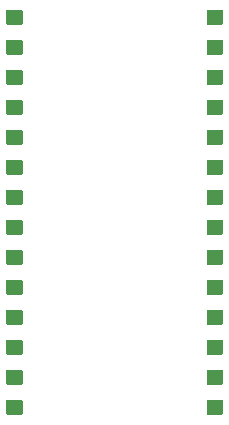
<source format=gbr>
G04 #@! TF.GenerationSoftware,KiCad,Pcbnew,5.1.4-e60b266~84~ubuntu19.04.1*
G04 #@! TF.CreationDate,2019-11-08T15:23:49-05:00*
G04 #@! TF.ProjectId,pcb2molex8878_chamfer,70636232-6d6f-46c6-9578-383837385f63,rev?*
G04 #@! TF.SameCoordinates,Original*
G04 #@! TF.FileFunction,Soldermask,Bot*
G04 #@! TF.FilePolarity,Negative*
%FSLAX46Y46*%
G04 Gerber Fmt 4.6, Leading zero omitted, Abs format (unit mm)*
G04 Created by KiCad (PCBNEW 5.1.4-e60b266~84~ubuntu19.04.1) date 2019-11-08 15:23:49*
%MOMM*%
%LPD*%
G04 APERTURE LIST*
%ADD10C,0.050800*%
%ADD11C,1.220000*%
G04 APERTURE END LIST*
D10*
G36*
X156318358Y-82067587D02*
G01*
X156330201Y-82069344D01*
X156341815Y-82072253D01*
X156353087Y-82076287D01*
X156363910Y-82081406D01*
X156374180Y-82087561D01*
X156383796Y-82094693D01*
X156392667Y-82102733D01*
X156400707Y-82111604D01*
X156407839Y-82121220D01*
X156413994Y-82131490D01*
X156419113Y-82142313D01*
X156423147Y-82153585D01*
X156426056Y-82165199D01*
X156427813Y-82177042D01*
X156428400Y-82189000D01*
X156428400Y-83165000D01*
X156427813Y-83176958D01*
X156426056Y-83188801D01*
X156423147Y-83200415D01*
X156419113Y-83211687D01*
X156413994Y-83222510D01*
X156407839Y-83232780D01*
X156400707Y-83242396D01*
X156392667Y-83251267D01*
X156383796Y-83259307D01*
X156374180Y-83266439D01*
X156363910Y-83272594D01*
X156353087Y-83277713D01*
X156341815Y-83281747D01*
X156330201Y-83284656D01*
X156318358Y-83286413D01*
X156306400Y-83287000D01*
X155130400Y-83287000D01*
X155118442Y-83286413D01*
X155106599Y-83284656D01*
X155094985Y-83281747D01*
X155083713Y-83277713D01*
X155072890Y-83272594D01*
X155062620Y-83266439D01*
X155053004Y-83259307D01*
X155044133Y-83251267D01*
X155036093Y-83242396D01*
X155028961Y-83232780D01*
X155022806Y-83222510D01*
X155017687Y-83211687D01*
X155013653Y-83200415D01*
X155010744Y-83188801D01*
X155008987Y-83176958D01*
X155008400Y-83165000D01*
X155008400Y-82189000D01*
X155008987Y-82177042D01*
X155010744Y-82165199D01*
X155013653Y-82153585D01*
X155017687Y-82142313D01*
X155022806Y-82131490D01*
X155028961Y-82121220D01*
X155036093Y-82111604D01*
X155044133Y-82102733D01*
X155053004Y-82094693D01*
X155062620Y-82087561D01*
X155072890Y-82081406D01*
X155083713Y-82076287D01*
X155094985Y-82072253D01*
X155106599Y-82069344D01*
X155118442Y-82067587D01*
X155130400Y-82067000D01*
X156306400Y-82067000D01*
X156318358Y-82067587D01*
X156318358Y-82067587D01*
G37*
D11*
X155718400Y-82677000D03*
D10*
G36*
X139318358Y-115087587D02*
G01*
X139330201Y-115089344D01*
X139341815Y-115092253D01*
X139353087Y-115096287D01*
X139363910Y-115101406D01*
X139374180Y-115107561D01*
X139383796Y-115114693D01*
X139392667Y-115122733D01*
X139400707Y-115131604D01*
X139407839Y-115141220D01*
X139413994Y-115151490D01*
X139419113Y-115162313D01*
X139423147Y-115173585D01*
X139426056Y-115185199D01*
X139427813Y-115197042D01*
X139428400Y-115209000D01*
X139428400Y-116185000D01*
X139427813Y-116196958D01*
X139426056Y-116208801D01*
X139423147Y-116220415D01*
X139419113Y-116231687D01*
X139413994Y-116242510D01*
X139407839Y-116252780D01*
X139400707Y-116262396D01*
X139392667Y-116271267D01*
X139383796Y-116279307D01*
X139374180Y-116286439D01*
X139363910Y-116292594D01*
X139353087Y-116297713D01*
X139341815Y-116301747D01*
X139330201Y-116304656D01*
X139318358Y-116306413D01*
X139306400Y-116307000D01*
X138130400Y-116307000D01*
X138118442Y-116306413D01*
X138106599Y-116304656D01*
X138094985Y-116301747D01*
X138083713Y-116297713D01*
X138072890Y-116292594D01*
X138062620Y-116286439D01*
X138053004Y-116279307D01*
X138044133Y-116271267D01*
X138036093Y-116262396D01*
X138028961Y-116252780D01*
X138022806Y-116242510D01*
X138017687Y-116231687D01*
X138013653Y-116220415D01*
X138010744Y-116208801D01*
X138008987Y-116196958D01*
X138008400Y-116185000D01*
X138008400Y-115209000D01*
X138008987Y-115197042D01*
X138010744Y-115185199D01*
X138013653Y-115173585D01*
X138017687Y-115162313D01*
X138022806Y-115151490D01*
X138028961Y-115141220D01*
X138036093Y-115131604D01*
X138044133Y-115122733D01*
X138053004Y-115114693D01*
X138062620Y-115107561D01*
X138072890Y-115101406D01*
X138083713Y-115096287D01*
X138094985Y-115092253D01*
X138106599Y-115089344D01*
X138118442Y-115087587D01*
X138130400Y-115087000D01*
X139306400Y-115087000D01*
X139318358Y-115087587D01*
X139318358Y-115087587D01*
G37*
D11*
X138718400Y-115697000D03*
D10*
G36*
X156318358Y-84607587D02*
G01*
X156330201Y-84609344D01*
X156341815Y-84612253D01*
X156353087Y-84616287D01*
X156363910Y-84621406D01*
X156374180Y-84627561D01*
X156383796Y-84634693D01*
X156392667Y-84642733D01*
X156400707Y-84651604D01*
X156407839Y-84661220D01*
X156413994Y-84671490D01*
X156419113Y-84682313D01*
X156423147Y-84693585D01*
X156426056Y-84705199D01*
X156427813Y-84717042D01*
X156428400Y-84729000D01*
X156428400Y-85705000D01*
X156427813Y-85716958D01*
X156426056Y-85728801D01*
X156423147Y-85740415D01*
X156419113Y-85751687D01*
X156413994Y-85762510D01*
X156407839Y-85772780D01*
X156400707Y-85782396D01*
X156392667Y-85791267D01*
X156383796Y-85799307D01*
X156374180Y-85806439D01*
X156363910Y-85812594D01*
X156353087Y-85817713D01*
X156341815Y-85821747D01*
X156330201Y-85824656D01*
X156318358Y-85826413D01*
X156306400Y-85827000D01*
X155130400Y-85827000D01*
X155118442Y-85826413D01*
X155106599Y-85824656D01*
X155094985Y-85821747D01*
X155083713Y-85817713D01*
X155072890Y-85812594D01*
X155062620Y-85806439D01*
X155053004Y-85799307D01*
X155044133Y-85791267D01*
X155036093Y-85782396D01*
X155028961Y-85772780D01*
X155022806Y-85762510D01*
X155017687Y-85751687D01*
X155013653Y-85740415D01*
X155010744Y-85728801D01*
X155008987Y-85716958D01*
X155008400Y-85705000D01*
X155008400Y-84729000D01*
X155008987Y-84717042D01*
X155010744Y-84705199D01*
X155013653Y-84693585D01*
X155017687Y-84682313D01*
X155022806Y-84671490D01*
X155028961Y-84661220D01*
X155036093Y-84651604D01*
X155044133Y-84642733D01*
X155053004Y-84634693D01*
X155062620Y-84627561D01*
X155072890Y-84621406D01*
X155083713Y-84616287D01*
X155094985Y-84612253D01*
X155106599Y-84609344D01*
X155118442Y-84607587D01*
X155130400Y-84607000D01*
X156306400Y-84607000D01*
X156318358Y-84607587D01*
X156318358Y-84607587D01*
G37*
D11*
X155718400Y-85217000D03*
D10*
G36*
X139318358Y-112547587D02*
G01*
X139330201Y-112549344D01*
X139341815Y-112552253D01*
X139353087Y-112556287D01*
X139363910Y-112561406D01*
X139374180Y-112567561D01*
X139383796Y-112574693D01*
X139392667Y-112582733D01*
X139400707Y-112591604D01*
X139407839Y-112601220D01*
X139413994Y-112611490D01*
X139419113Y-112622313D01*
X139423147Y-112633585D01*
X139426056Y-112645199D01*
X139427813Y-112657042D01*
X139428400Y-112669000D01*
X139428400Y-113645000D01*
X139427813Y-113656958D01*
X139426056Y-113668801D01*
X139423147Y-113680415D01*
X139419113Y-113691687D01*
X139413994Y-113702510D01*
X139407839Y-113712780D01*
X139400707Y-113722396D01*
X139392667Y-113731267D01*
X139383796Y-113739307D01*
X139374180Y-113746439D01*
X139363910Y-113752594D01*
X139353087Y-113757713D01*
X139341815Y-113761747D01*
X139330201Y-113764656D01*
X139318358Y-113766413D01*
X139306400Y-113767000D01*
X138130400Y-113767000D01*
X138118442Y-113766413D01*
X138106599Y-113764656D01*
X138094985Y-113761747D01*
X138083713Y-113757713D01*
X138072890Y-113752594D01*
X138062620Y-113746439D01*
X138053004Y-113739307D01*
X138044133Y-113731267D01*
X138036093Y-113722396D01*
X138028961Y-113712780D01*
X138022806Y-113702510D01*
X138017687Y-113691687D01*
X138013653Y-113680415D01*
X138010744Y-113668801D01*
X138008987Y-113656958D01*
X138008400Y-113645000D01*
X138008400Y-112669000D01*
X138008987Y-112657042D01*
X138010744Y-112645199D01*
X138013653Y-112633585D01*
X138017687Y-112622313D01*
X138022806Y-112611490D01*
X138028961Y-112601220D01*
X138036093Y-112591604D01*
X138044133Y-112582733D01*
X138053004Y-112574693D01*
X138062620Y-112567561D01*
X138072890Y-112561406D01*
X138083713Y-112556287D01*
X138094985Y-112552253D01*
X138106599Y-112549344D01*
X138118442Y-112547587D01*
X138130400Y-112547000D01*
X139306400Y-112547000D01*
X139318358Y-112547587D01*
X139318358Y-112547587D01*
G37*
D11*
X138718400Y-113157000D03*
D10*
G36*
X156318358Y-87147587D02*
G01*
X156330201Y-87149344D01*
X156341815Y-87152253D01*
X156353087Y-87156287D01*
X156363910Y-87161406D01*
X156374180Y-87167561D01*
X156383796Y-87174693D01*
X156392667Y-87182733D01*
X156400707Y-87191604D01*
X156407839Y-87201220D01*
X156413994Y-87211490D01*
X156419113Y-87222313D01*
X156423147Y-87233585D01*
X156426056Y-87245199D01*
X156427813Y-87257042D01*
X156428400Y-87269000D01*
X156428400Y-88245000D01*
X156427813Y-88256958D01*
X156426056Y-88268801D01*
X156423147Y-88280415D01*
X156419113Y-88291687D01*
X156413994Y-88302510D01*
X156407839Y-88312780D01*
X156400707Y-88322396D01*
X156392667Y-88331267D01*
X156383796Y-88339307D01*
X156374180Y-88346439D01*
X156363910Y-88352594D01*
X156353087Y-88357713D01*
X156341815Y-88361747D01*
X156330201Y-88364656D01*
X156318358Y-88366413D01*
X156306400Y-88367000D01*
X155130400Y-88367000D01*
X155118442Y-88366413D01*
X155106599Y-88364656D01*
X155094985Y-88361747D01*
X155083713Y-88357713D01*
X155072890Y-88352594D01*
X155062620Y-88346439D01*
X155053004Y-88339307D01*
X155044133Y-88331267D01*
X155036093Y-88322396D01*
X155028961Y-88312780D01*
X155022806Y-88302510D01*
X155017687Y-88291687D01*
X155013653Y-88280415D01*
X155010744Y-88268801D01*
X155008987Y-88256958D01*
X155008400Y-88245000D01*
X155008400Y-87269000D01*
X155008987Y-87257042D01*
X155010744Y-87245199D01*
X155013653Y-87233585D01*
X155017687Y-87222313D01*
X155022806Y-87211490D01*
X155028961Y-87201220D01*
X155036093Y-87191604D01*
X155044133Y-87182733D01*
X155053004Y-87174693D01*
X155062620Y-87167561D01*
X155072890Y-87161406D01*
X155083713Y-87156287D01*
X155094985Y-87152253D01*
X155106599Y-87149344D01*
X155118442Y-87147587D01*
X155130400Y-87147000D01*
X156306400Y-87147000D01*
X156318358Y-87147587D01*
X156318358Y-87147587D01*
G37*
D11*
X155718400Y-87757000D03*
D10*
G36*
X139318358Y-110007587D02*
G01*
X139330201Y-110009344D01*
X139341815Y-110012253D01*
X139353087Y-110016287D01*
X139363910Y-110021406D01*
X139374180Y-110027561D01*
X139383796Y-110034693D01*
X139392667Y-110042733D01*
X139400707Y-110051604D01*
X139407839Y-110061220D01*
X139413994Y-110071490D01*
X139419113Y-110082313D01*
X139423147Y-110093585D01*
X139426056Y-110105199D01*
X139427813Y-110117042D01*
X139428400Y-110129000D01*
X139428400Y-111105000D01*
X139427813Y-111116958D01*
X139426056Y-111128801D01*
X139423147Y-111140415D01*
X139419113Y-111151687D01*
X139413994Y-111162510D01*
X139407839Y-111172780D01*
X139400707Y-111182396D01*
X139392667Y-111191267D01*
X139383796Y-111199307D01*
X139374180Y-111206439D01*
X139363910Y-111212594D01*
X139353087Y-111217713D01*
X139341815Y-111221747D01*
X139330201Y-111224656D01*
X139318358Y-111226413D01*
X139306400Y-111227000D01*
X138130400Y-111227000D01*
X138118442Y-111226413D01*
X138106599Y-111224656D01*
X138094985Y-111221747D01*
X138083713Y-111217713D01*
X138072890Y-111212594D01*
X138062620Y-111206439D01*
X138053004Y-111199307D01*
X138044133Y-111191267D01*
X138036093Y-111182396D01*
X138028961Y-111172780D01*
X138022806Y-111162510D01*
X138017687Y-111151687D01*
X138013653Y-111140415D01*
X138010744Y-111128801D01*
X138008987Y-111116958D01*
X138008400Y-111105000D01*
X138008400Y-110129000D01*
X138008987Y-110117042D01*
X138010744Y-110105199D01*
X138013653Y-110093585D01*
X138017687Y-110082313D01*
X138022806Y-110071490D01*
X138028961Y-110061220D01*
X138036093Y-110051604D01*
X138044133Y-110042733D01*
X138053004Y-110034693D01*
X138062620Y-110027561D01*
X138072890Y-110021406D01*
X138083713Y-110016287D01*
X138094985Y-110012253D01*
X138106599Y-110009344D01*
X138118442Y-110007587D01*
X138130400Y-110007000D01*
X139306400Y-110007000D01*
X139318358Y-110007587D01*
X139318358Y-110007587D01*
G37*
D11*
X138718400Y-110617000D03*
D10*
G36*
X156318358Y-89687587D02*
G01*
X156330201Y-89689344D01*
X156341815Y-89692253D01*
X156353087Y-89696287D01*
X156363910Y-89701406D01*
X156374180Y-89707561D01*
X156383796Y-89714693D01*
X156392667Y-89722733D01*
X156400707Y-89731604D01*
X156407839Y-89741220D01*
X156413994Y-89751490D01*
X156419113Y-89762313D01*
X156423147Y-89773585D01*
X156426056Y-89785199D01*
X156427813Y-89797042D01*
X156428400Y-89809000D01*
X156428400Y-90785000D01*
X156427813Y-90796958D01*
X156426056Y-90808801D01*
X156423147Y-90820415D01*
X156419113Y-90831687D01*
X156413994Y-90842510D01*
X156407839Y-90852780D01*
X156400707Y-90862396D01*
X156392667Y-90871267D01*
X156383796Y-90879307D01*
X156374180Y-90886439D01*
X156363910Y-90892594D01*
X156353087Y-90897713D01*
X156341815Y-90901747D01*
X156330201Y-90904656D01*
X156318358Y-90906413D01*
X156306400Y-90907000D01*
X155130400Y-90907000D01*
X155118442Y-90906413D01*
X155106599Y-90904656D01*
X155094985Y-90901747D01*
X155083713Y-90897713D01*
X155072890Y-90892594D01*
X155062620Y-90886439D01*
X155053004Y-90879307D01*
X155044133Y-90871267D01*
X155036093Y-90862396D01*
X155028961Y-90852780D01*
X155022806Y-90842510D01*
X155017687Y-90831687D01*
X155013653Y-90820415D01*
X155010744Y-90808801D01*
X155008987Y-90796958D01*
X155008400Y-90785000D01*
X155008400Y-89809000D01*
X155008987Y-89797042D01*
X155010744Y-89785199D01*
X155013653Y-89773585D01*
X155017687Y-89762313D01*
X155022806Y-89751490D01*
X155028961Y-89741220D01*
X155036093Y-89731604D01*
X155044133Y-89722733D01*
X155053004Y-89714693D01*
X155062620Y-89707561D01*
X155072890Y-89701406D01*
X155083713Y-89696287D01*
X155094985Y-89692253D01*
X155106599Y-89689344D01*
X155118442Y-89687587D01*
X155130400Y-89687000D01*
X156306400Y-89687000D01*
X156318358Y-89687587D01*
X156318358Y-89687587D01*
G37*
D11*
X155718400Y-90297000D03*
D10*
G36*
X139318358Y-107467587D02*
G01*
X139330201Y-107469344D01*
X139341815Y-107472253D01*
X139353087Y-107476287D01*
X139363910Y-107481406D01*
X139374180Y-107487561D01*
X139383796Y-107494693D01*
X139392667Y-107502733D01*
X139400707Y-107511604D01*
X139407839Y-107521220D01*
X139413994Y-107531490D01*
X139419113Y-107542313D01*
X139423147Y-107553585D01*
X139426056Y-107565199D01*
X139427813Y-107577042D01*
X139428400Y-107589000D01*
X139428400Y-108565000D01*
X139427813Y-108576958D01*
X139426056Y-108588801D01*
X139423147Y-108600415D01*
X139419113Y-108611687D01*
X139413994Y-108622510D01*
X139407839Y-108632780D01*
X139400707Y-108642396D01*
X139392667Y-108651267D01*
X139383796Y-108659307D01*
X139374180Y-108666439D01*
X139363910Y-108672594D01*
X139353087Y-108677713D01*
X139341815Y-108681747D01*
X139330201Y-108684656D01*
X139318358Y-108686413D01*
X139306400Y-108687000D01*
X138130400Y-108687000D01*
X138118442Y-108686413D01*
X138106599Y-108684656D01*
X138094985Y-108681747D01*
X138083713Y-108677713D01*
X138072890Y-108672594D01*
X138062620Y-108666439D01*
X138053004Y-108659307D01*
X138044133Y-108651267D01*
X138036093Y-108642396D01*
X138028961Y-108632780D01*
X138022806Y-108622510D01*
X138017687Y-108611687D01*
X138013653Y-108600415D01*
X138010744Y-108588801D01*
X138008987Y-108576958D01*
X138008400Y-108565000D01*
X138008400Y-107589000D01*
X138008987Y-107577042D01*
X138010744Y-107565199D01*
X138013653Y-107553585D01*
X138017687Y-107542313D01*
X138022806Y-107531490D01*
X138028961Y-107521220D01*
X138036093Y-107511604D01*
X138044133Y-107502733D01*
X138053004Y-107494693D01*
X138062620Y-107487561D01*
X138072890Y-107481406D01*
X138083713Y-107476287D01*
X138094985Y-107472253D01*
X138106599Y-107469344D01*
X138118442Y-107467587D01*
X138130400Y-107467000D01*
X139306400Y-107467000D01*
X139318358Y-107467587D01*
X139318358Y-107467587D01*
G37*
D11*
X138718400Y-108077000D03*
D10*
G36*
X156318358Y-92227587D02*
G01*
X156330201Y-92229344D01*
X156341815Y-92232253D01*
X156353087Y-92236287D01*
X156363910Y-92241406D01*
X156374180Y-92247561D01*
X156383796Y-92254693D01*
X156392667Y-92262733D01*
X156400707Y-92271604D01*
X156407839Y-92281220D01*
X156413994Y-92291490D01*
X156419113Y-92302313D01*
X156423147Y-92313585D01*
X156426056Y-92325199D01*
X156427813Y-92337042D01*
X156428400Y-92349000D01*
X156428400Y-93325000D01*
X156427813Y-93336958D01*
X156426056Y-93348801D01*
X156423147Y-93360415D01*
X156419113Y-93371687D01*
X156413994Y-93382510D01*
X156407839Y-93392780D01*
X156400707Y-93402396D01*
X156392667Y-93411267D01*
X156383796Y-93419307D01*
X156374180Y-93426439D01*
X156363910Y-93432594D01*
X156353087Y-93437713D01*
X156341815Y-93441747D01*
X156330201Y-93444656D01*
X156318358Y-93446413D01*
X156306400Y-93447000D01*
X155130400Y-93447000D01*
X155118442Y-93446413D01*
X155106599Y-93444656D01*
X155094985Y-93441747D01*
X155083713Y-93437713D01*
X155072890Y-93432594D01*
X155062620Y-93426439D01*
X155053004Y-93419307D01*
X155044133Y-93411267D01*
X155036093Y-93402396D01*
X155028961Y-93392780D01*
X155022806Y-93382510D01*
X155017687Y-93371687D01*
X155013653Y-93360415D01*
X155010744Y-93348801D01*
X155008987Y-93336958D01*
X155008400Y-93325000D01*
X155008400Y-92349000D01*
X155008987Y-92337042D01*
X155010744Y-92325199D01*
X155013653Y-92313585D01*
X155017687Y-92302313D01*
X155022806Y-92291490D01*
X155028961Y-92281220D01*
X155036093Y-92271604D01*
X155044133Y-92262733D01*
X155053004Y-92254693D01*
X155062620Y-92247561D01*
X155072890Y-92241406D01*
X155083713Y-92236287D01*
X155094985Y-92232253D01*
X155106599Y-92229344D01*
X155118442Y-92227587D01*
X155130400Y-92227000D01*
X156306400Y-92227000D01*
X156318358Y-92227587D01*
X156318358Y-92227587D01*
G37*
D11*
X155718400Y-92837000D03*
D10*
G36*
X139318358Y-104927587D02*
G01*
X139330201Y-104929344D01*
X139341815Y-104932253D01*
X139353087Y-104936287D01*
X139363910Y-104941406D01*
X139374180Y-104947561D01*
X139383796Y-104954693D01*
X139392667Y-104962733D01*
X139400707Y-104971604D01*
X139407839Y-104981220D01*
X139413994Y-104991490D01*
X139419113Y-105002313D01*
X139423147Y-105013585D01*
X139426056Y-105025199D01*
X139427813Y-105037042D01*
X139428400Y-105049000D01*
X139428400Y-106025000D01*
X139427813Y-106036958D01*
X139426056Y-106048801D01*
X139423147Y-106060415D01*
X139419113Y-106071687D01*
X139413994Y-106082510D01*
X139407839Y-106092780D01*
X139400707Y-106102396D01*
X139392667Y-106111267D01*
X139383796Y-106119307D01*
X139374180Y-106126439D01*
X139363910Y-106132594D01*
X139353087Y-106137713D01*
X139341815Y-106141747D01*
X139330201Y-106144656D01*
X139318358Y-106146413D01*
X139306400Y-106147000D01*
X138130400Y-106147000D01*
X138118442Y-106146413D01*
X138106599Y-106144656D01*
X138094985Y-106141747D01*
X138083713Y-106137713D01*
X138072890Y-106132594D01*
X138062620Y-106126439D01*
X138053004Y-106119307D01*
X138044133Y-106111267D01*
X138036093Y-106102396D01*
X138028961Y-106092780D01*
X138022806Y-106082510D01*
X138017687Y-106071687D01*
X138013653Y-106060415D01*
X138010744Y-106048801D01*
X138008987Y-106036958D01*
X138008400Y-106025000D01*
X138008400Y-105049000D01*
X138008987Y-105037042D01*
X138010744Y-105025199D01*
X138013653Y-105013585D01*
X138017687Y-105002313D01*
X138022806Y-104991490D01*
X138028961Y-104981220D01*
X138036093Y-104971604D01*
X138044133Y-104962733D01*
X138053004Y-104954693D01*
X138062620Y-104947561D01*
X138072890Y-104941406D01*
X138083713Y-104936287D01*
X138094985Y-104932253D01*
X138106599Y-104929344D01*
X138118442Y-104927587D01*
X138130400Y-104927000D01*
X139306400Y-104927000D01*
X139318358Y-104927587D01*
X139318358Y-104927587D01*
G37*
D11*
X138718400Y-105537000D03*
D10*
G36*
X156318358Y-94767587D02*
G01*
X156330201Y-94769344D01*
X156341815Y-94772253D01*
X156353087Y-94776287D01*
X156363910Y-94781406D01*
X156374180Y-94787561D01*
X156383796Y-94794693D01*
X156392667Y-94802733D01*
X156400707Y-94811604D01*
X156407839Y-94821220D01*
X156413994Y-94831490D01*
X156419113Y-94842313D01*
X156423147Y-94853585D01*
X156426056Y-94865199D01*
X156427813Y-94877042D01*
X156428400Y-94889000D01*
X156428400Y-95865000D01*
X156427813Y-95876958D01*
X156426056Y-95888801D01*
X156423147Y-95900415D01*
X156419113Y-95911687D01*
X156413994Y-95922510D01*
X156407839Y-95932780D01*
X156400707Y-95942396D01*
X156392667Y-95951267D01*
X156383796Y-95959307D01*
X156374180Y-95966439D01*
X156363910Y-95972594D01*
X156353087Y-95977713D01*
X156341815Y-95981747D01*
X156330201Y-95984656D01*
X156318358Y-95986413D01*
X156306400Y-95987000D01*
X155130400Y-95987000D01*
X155118442Y-95986413D01*
X155106599Y-95984656D01*
X155094985Y-95981747D01*
X155083713Y-95977713D01*
X155072890Y-95972594D01*
X155062620Y-95966439D01*
X155053004Y-95959307D01*
X155044133Y-95951267D01*
X155036093Y-95942396D01*
X155028961Y-95932780D01*
X155022806Y-95922510D01*
X155017687Y-95911687D01*
X155013653Y-95900415D01*
X155010744Y-95888801D01*
X155008987Y-95876958D01*
X155008400Y-95865000D01*
X155008400Y-94889000D01*
X155008987Y-94877042D01*
X155010744Y-94865199D01*
X155013653Y-94853585D01*
X155017687Y-94842313D01*
X155022806Y-94831490D01*
X155028961Y-94821220D01*
X155036093Y-94811604D01*
X155044133Y-94802733D01*
X155053004Y-94794693D01*
X155062620Y-94787561D01*
X155072890Y-94781406D01*
X155083713Y-94776287D01*
X155094985Y-94772253D01*
X155106599Y-94769344D01*
X155118442Y-94767587D01*
X155130400Y-94767000D01*
X156306400Y-94767000D01*
X156318358Y-94767587D01*
X156318358Y-94767587D01*
G37*
D11*
X155718400Y-95377000D03*
D10*
G36*
X139318358Y-102387587D02*
G01*
X139330201Y-102389344D01*
X139341815Y-102392253D01*
X139353087Y-102396287D01*
X139363910Y-102401406D01*
X139374180Y-102407561D01*
X139383796Y-102414693D01*
X139392667Y-102422733D01*
X139400707Y-102431604D01*
X139407839Y-102441220D01*
X139413994Y-102451490D01*
X139419113Y-102462313D01*
X139423147Y-102473585D01*
X139426056Y-102485199D01*
X139427813Y-102497042D01*
X139428400Y-102509000D01*
X139428400Y-103485000D01*
X139427813Y-103496958D01*
X139426056Y-103508801D01*
X139423147Y-103520415D01*
X139419113Y-103531687D01*
X139413994Y-103542510D01*
X139407839Y-103552780D01*
X139400707Y-103562396D01*
X139392667Y-103571267D01*
X139383796Y-103579307D01*
X139374180Y-103586439D01*
X139363910Y-103592594D01*
X139353087Y-103597713D01*
X139341815Y-103601747D01*
X139330201Y-103604656D01*
X139318358Y-103606413D01*
X139306400Y-103607000D01*
X138130400Y-103607000D01*
X138118442Y-103606413D01*
X138106599Y-103604656D01*
X138094985Y-103601747D01*
X138083713Y-103597713D01*
X138072890Y-103592594D01*
X138062620Y-103586439D01*
X138053004Y-103579307D01*
X138044133Y-103571267D01*
X138036093Y-103562396D01*
X138028961Y-103552780D01*
X138022806Y-103542510D01*
X138017687Y-103531687D01*
X138013653Y-103520415D01*
X138010744Y-103508801D01*
X138008987Y-103496958D01*
X138008400Y-103485000D01*
X138008400Y-102509000D01*
X138008987Y-102497042D01*
X138010744Y-102485199D01*
X138013653Y-102473585D01*
X138017687Y-102462313D01*
X138022806Y-102451490D01*
X138028961Y-102441220D01*
X138036093Y-102431604D01*
X138044133Y-102422733D01*
X138053004Y-102414693D01*
X138062620Y-102407561D01*
X138072890Y-102401406D01*
X138083713Y-102396287D01*
X138094985Y-102392253D01*
X138106599Y-102389344D01*
X138118442Y-102387587D01*
X138130400Y-102387000D01*
X139306400Y-102387000D01*
X139318358Y-102387587D01*
X139318358Y-102387587D01*
G37*
D11*
X138718400Y-102997000D03*
D10*
G36*
X156318358Y-97307587D02*
G01*
X156330201Y-97309344D01*
X156341815Y-97312253D01*
X156353087Y-97316287D01*
X156363910Y-97321406D01*
X156374180Y-97327561D01*
X156383796Y-97334693D01*
X156392667Y-97342733D01*
X156400707Y-97351604D01*
X156407839Y-97361220D01*
X156413994Y-97371490D01*
X156419113Y-97382313D01*
X156423147Y-97393585D01*
X156426056Y-97405199D01*
X156427813Y-97417042D01*
X156428400Y-97429000D01*
X156428400Y-98405000D01*
X156427813Y-98416958D01*
X156426056Y-98428801D01*
X156423147Y-98440415D01*
X156419113Y-98451687D01*
X156413994Y-98462510D01*
X156407839Y-98472780D01*
X156400707Y-98482396D01*
X156392667Y-98491267D01*
X156383796Y-98499307D01*
X156374180Y-98506439D01*
X156363910Y-98512594D01*
X156353087Y-98517713D01*
X156341815Y-98521747D01*
X156330201Y-98524656D01*
X156318358Y-98526413D01*
X156306400Y-98527000D01*
X155130400Y-98527000D01*
X155118442Y-98526413D01*
X155106599Y-98524656D01*
X155094985Y-98521747D01*
X155083713Y-98517713D01*
X155072890Y-98512594D01*
X155062620Y-98506439D01*
X155053004Y-98499307D01*
X155044133Y-98491267D01*
X155036093Y-98482396D01*
X155028961Y-98472780D01*
X155022806Y-98462510D01*
X155017687Y-98451687D01*
X155013653Y-98440415D01*
X155010744Y-98428801D01*
X155008987Y-98416958D01*
X155008400Y-98405000D01*
X155008400Y-97429000D01*
X155008987Y-97417042D01*
X155010744Y-97405199D01*
X155013653Y-97393585D01*
X155017687Y-97382313D01*
X155022806Y-97371490D01*
X155028961Y-97361220D01*
X155036093Y-97351604D01*
X155044133Y-97342733D01*
X155053004Y-97334693D01*
X155062620Y-97327561D01*
X155072890Y-97321406D01*
X155083713Y-97316287D01*
X155094985Y-97312253D01*
X155106599Y-97309344D01*
X155118442Y-97307587D01*
X155130400Y-97307000D01*
X156306400Y-97307000D01*
X156318358Y-97307587D01*
X156318358Y-97307587D01*
G37*
D11*
X155718400Y-97917000D03*
D10*
G36*
X139318358Y-99847587D02*
G01*
X139330201Y-99849344D01*
X139341815Y-99852253D01*
X139353087Y-99856287D01*
X139363910Y-99861406D01*
X139374180Y-99867561D01*
X139383796Y-99874693D01*
X139392667Y-99882733D01*
X139400707Y-99891604D01*
X139407839Y-99901220D01*
X139413994Y-99911490D01*
X139419113Y-99922313D01*
X139423147Y-99933585D01*
X139426056Y-99945199D01*
X139427813Y-99957042D01*
X139428400Y-99969000D01*
X139428400Y-100945000D01*
X139427813Y-100956958D01*
X139426056Y-100968801D01*
X139423147Y-100980415D01*
X139419113Y-100991687D01*
X139413994Y-101002510D01*
X139407839Y-101012780D01*
X139400707Y-101022396D01*
X139392667Y-101031267D01*
X139383796Y-101039307D01*
X139374180Y-101046439D01*
X139363910Y-101052594D01*
X139353087Y-101057713D01*
X139341815Y-101061747D01*
X139330201Y-101064656D01*
X139318358Y-101066413D01*
X139306400Y-101067000D01*
X138130400Y-101067000D01*
X138118442Y-101066413D01*
X138106599Y-101064656D01*
X138094985Y-101061747D01*
X138083713Y-101057713D01*
X138072890Y-101052594D01*
X138062620Y-101046439D01*
X138053004Y-101039307D01*
X138044133Y-101031267D01*
X138036093Y-101022396D01*
X138028961Y-101012780D01*
X138022806Y-101002510D01*
X138017687Y-100991687D01*
X138013653Y-100980415D01*
X138010744Y-100968801D01*
X138008987Y-100956958D01*
X138008400Y-100945000D01*
X138008400Y-99969000D01*
X138008987Y-99957042D01*
X138010744Y-99945199D01*
X138013653Y-99933585D01*
X138017687Y-99922313D01*
X138022806Y-99911490D01*
X138028961Y-99901220D01*
X138036093Y-99891604D01*
X138044133Y-99882733D01*
X138053004Y-99874693D01*
X138062620Y-99867561D01*
X138072890Y-99861406D01*
X138083713Y-99856287D01*
X138094985Y-99852253D01*
X138106599Y-99849344D01*
X138118442Y-99847587D01*
X138130400Y-99847000D01*
X139306400Y-99847000D01*
X139318358Y-99847587D01*
X139318358Y-99847587D01*
G37*
D11*
X138718400Y-100457000D03*
D10*
G36*
X156318358Y-99847587D02*
G01*
X156330201Y-99849344D01*
X156341815Y-99852253D01*
X156353087Y-99856287D01*
X156363910Y-99861406D01*
X156374180Y-99867561D01*
X156383796Y-99874693D01*
X156392667Y-99882733D01*
X156400707Y-99891604D01*
X156407839Y-99901220D01*
X156413994Y-99911490D01*
X156419113Y-99922313D01*
X156423147Y-99933585D01*
X156426056Y-99945199D01*
X156427813Y-99957042D01*
X156428400Y-99969000D01*
X156428400Y-100945000D01*
X156427813Y-100956958D01*
X156426056Y-100968801D01*
X156423147Y-100980415D01*
X156419113Y-100991687D01*
X156413994Y-101002510D01*
X156407839Y-101012780D01*
X156400707Y-101022396D01*
X156392667Y-101031267D01*
X156383796Y-101039307D01*
X156374180Y-101046439D01*
X156363910Y-101052594D01*
X156353087Y-101057713D01*
X156341815Y-101061747D01*
X156330201Y-101064656D01*
X156318358Y-101066413D01*
X156306400Y-101067000D01*
X155130400Y-101067000D01*
X155118442Y-101066413D01*
X155106599Y-101064656D01*
X155094985Y-101061747D01*
X155083713Y-101057713D01*
X155072890Y-101052594D01*
X155062620Y-101046439D01*
X155053004Y-101039307D01*
X155044133Y-101031267D01*
X155036093Y-101022396D01*
X155028961Y-101012780D01*
X155022806Y-101002510D01*
X155017687Y-100991687D01*
X155013653Y-100980415D01*
X155010744Y-100968801D01*
X155008987Y-100956958D01*
X155008400Y-100945000D01*
X155008400Y-99969000D01*
X155008987Y-99957042D01*
X155010744Y-99945199D01*
X155013653Y-99933585D01*
X155017687Y-99922313D01*
X155022806Y-99911490D01*
X155028961Y-99901220D01*
X155036093Y-99891604D01*
X155044133Y-99882733D01*
X155053004Y-99874693D01*
X155062620Y-99867561D01*
X155072890Y-99861406D01*
X155083713Y-99856287D01*
X155094985Y-99852253D01*
X155106599Y-99849344D01*
X155118442Y-99847587D01*
X155130400Y-99847000D01*
X156306400Y-99847000D01*
X156318358Y-99847587D01*
X156318358Y-99847587D01*
G37*
D11*
X155718400Y-100457000D03*
D10*
G36*
X139318358Y-97307587D02*
G01*
X139330201Y-97309344D01*
X139341815Y-97312253D01*
X139353087Y-97316287D01*
X139363910Y-97321406D01*
X139374180Y-97327561D01*
X139383796Y-97334693D01*
X139392667Y-97342733D01*
X139400707Y-97351604D01*
X139407839Y-97361220D01*
X139413994Y-97371490D01*
X139419113Y-97382313D01*
X139423147Y-97393585D01*
X139426056Y-97405199D01*
X139427813Y-97417042D01*
X139428400Y-97429000D01*
X139428400Y-98405000D01*
X139427813Y-98416958D01*
X139426056Y-98428801D01*
X139423147Y-98440415D01*
X139419113Y-98451687D01*
X139413994Y-98462510D01*
X139407839Y-98472780D01*
X139400707Y-98482396D01*
X139392667Y-98491267D01*
X139383796Y-98499307D01*
X139374180Y-98506439D01*
X139363910Y-98512594D01*
X139353087Y-98517713D01*
X139341815Y-98521747D01*
X139330201Y-98524656D01*
X139318358Y-98526413D01*
X139306400Y-98527000D01*
X138130400Y-98527000D01*
X138118442Y-98526413D01*
X138106599Y-98524656D01*
X138094985Y-98521747D01*
X138083713Y-98517713D01*
X138072890Y-98512594D01*
X138062620Y-98506439D01*
X138053004Y-98499307D01*
X138044133Y-98491267D01*
X138036093Y-98482396D01*
X138028961Y-98472780D01*
X138022806Y-98462510D01*
X138017687Y-98451687D01*
X138013653Y-98440415D01*
X138010744Y-98428801D01*
X138008987Y-98416958D01*
X138008400Y-98405000D01*
X138008400Y-97429000D01*
X138008987Y-97417042D01*
X138010744Y-97405199D01*
X138013653Y-97393585D01*
X138017687Y-97382313D01*
X138022806Y-97371490D01*
X138028961Y-97361220D01*
X138036093Y-97351604D01*
X138044133Y-97342733D01*
X138053004Y-97334693D01*
X138062620Y-97327561D01*
X138072890Y-97321406D01*
X138083713Y-97316287D01*
X138094985Y-97312253D01*
X138106599Y-97309344D01*
X138118442Y-97307587D01*
X138130400Y-97307000D01*
X139306400Y-97307000D01*
X139318358Y-97307587D01*
X139318358Y-97307587D01*
G37*
D11*
X138718400Y-97917000D03*
D10*
G36*
X156318358Y-102387587D02*
G01*
X156330201Y-102389344D01*
X156341815Y-102392253D01*
X156353087Y-102396287D01*
X156363910Y-102401406D01*
X156374180Y-102407561D01*
X156383796Y-102414693D01*
X156392667Y-102422733D01*
X156400707Y-102431604D01*
X156407839Y-102441220D01*
X156413994Y-102451490D01*
X156419113Y-102462313D01*
X156423147Y-102473585D01*
X156426056Y-102485199D01*
X156427813Y-102497042D01*
X156428400Y-102509000D01*
X156428400Y-103485000D01*
X156427813Y-103496958D01*
X156426056Y-103508801D01*
X156423147Y-103520415D01*
X156419113Y-103531687D01*
X156413994Y-103542510D01*
X156407839Y-103552780D01*
X156400707Y-103562396D01*
X156392667Y-103571267D01*
X156383796Y-103579307D01*
X156374180Y-103586439D01*
X156363910Y-103592594D01*
X156353087Y-103597713D01*
X156341815Y-103601747D01*
X156330201Y-103604656D01*
X156318358Y-103606413D01*
X156306400Y-103607000D01*
X155130400Y-103607000D01*
X155118442Y-103606413D01*
X155106599Y-103604656D01*
X155094985Y-103601747D01*
X155083713Y-103597713D01*
X155072890Y-103592594D01*
X155062620Y-103586439D01*
X155053004Y-103579307D01*
X155044133Y-103571267D01*
X155036093Y-103562396D01*
X155028961Y-103552780D01*
X155022806Y-103542510D01*
X155017687Y-103531687D01*
X155013653Y-103520415D01*
X155010744Y-103508801D01*
X155008987Y-103496958D01*
X155008400Y-103485000D01*
X155008400Y-102509000D01*
X155008987Y-102497042D01*
X155010744Y-102485199D01*
X155013653Y-102473585D01*
X155017687Y-102462313D01*
X155022806Y-102451490D01*
X155028961Y-102441220D01*
X155036093Y-102431604D01*
X155044133Y-102422733D01*
X155053004Y-102414693D01*
X155062620Y-102407561D01*
X155072890Y-102401406D01*
X155083713Y-102396287D01*
X155094985Y-102392253D01*
X155106599Y-102389344D01*
X155118442Y-102387587D01*
X155130400Y-102387000D01*
X156306400Y-102387000D01*
X156318358Y-102387587D01*
X156318358Y-102387587D01*
G37*
D11*
X155718400Y-102997000D03*
D10*
G36*
X139318358Y-94767587D02*
G01*
X139330201Y-94769344D01*
X139341815Y-94772253D01*
X139353087Y-94776287D01*
X139363910Y-94781406D01*
X139374180Y-94787561D01*
X139383796Y-94794693D01*
X139392667Y-94802733D01*
X139400707Y-94811604D01*
X139407839Y-94821220D01*
X139413994Y-94831490D01*
X139419113Y-94842313D01*
X139423147Y-94853585D01*
X139426056Y-94865199D01*
X139427813Y-94877042D01*
X139428400Y-94889000D01*
X139428400Y-95865000D01*
X139427813Y-95876958D01*
X139426056Y-95888801D01*
X139423147Y-95900415D01*
X139419113Y-95911687D01*
X139413994Y-95922510D01*
X139407839Y-95932780D01*
X139400707Y-95942396D01*
X139392667Y-95951267D01*
X139383796Y-95959307D01*
X139374180Y-95966439D01*
X139363910Y-95972594D01*
X139353087Y-95977713D01*
X139341815Y-95981747D01*
X139330201Y-95984656D01*
X139318358Y-95986413D01*
X139306400Y-95987000D01*
X138130400Y-95987000D01*
X138118442Y-95986413D01*
X138106599Y-95984656D01*
X138094985Y-95981747D01*
X138083713Y-95977713D01*
X138072890Y-95972594D01*
X138062620Y-95966439D01*
X138053004Y-95959307D01*
X138044133Y-95951267D01*
X138036093Y-95942396D01*
X138028961Y-95932780D01*
X138022806Y-95922510D01*
X138017687Y-95911687D01*
X138013653Y-95900415D01*
X138010744Y-95888801D01*
X138008987Y-95876958D01*
X138008400Y-95865000D01*
X138008400Y-94889000D01*
X138008987Y-94877042D01*
X138010744Y-94865199D01*
X138013653Y-94853585D01*
X138017687Y-94842313D01*
X138022806Y-94831490D01*
X138028961Y-94821220D01*
X138036093Y-94811604D01*
X138044133Y-94802733D01*
X138053004Y-94794693D01*
X138062620Y-94787561D01*
X138072890Y-94781406D01*
X138083713Y-94776287D01*
X138094985Y-94772253D01*
X138106599Y-94769344D01*
X138118442Y-94767587D01*
X138130400Y-94767000D01*
X139306400Y-94767000D01*
X139318358Y-94767587D01*
X139318358Y-94767587D01*
G37*
D11*
X138718400Y-95377000D03*
D10*
G36*
X156318358Y-104927587D02*
G01*
X156330201Y-104929344D01*
X156341815Y-104932253D01*
X156353087Y-104936287D01*
X156363910Y-104941406D01*
X156374180Y-104947561D01*
X156383796Y-104954693D01*
X156392667Y-104962733D01*
X156400707Y-104971604D01*
X156407839Y-104981220D01*
X156413994Y-104991490D01*
X156419113Y-105002313D01*
X156423147Y-105013585D01*
X156426056Y-105025199D01*
X156427813Y-105037042D01*
X156428400Y-105049000D01*
X156428400Y-106025000D01*
X156427813Y-106036958D01*
X156426056Y-106048801D01*
X156423147Y-106060415D01*
X156419113Y-106071687D01*
X156413994Y-106082510D01*
X156407839Y-106092780D01*
X156400707Y-106102396D01*
X156392667Y-106111267D01*
X156383796Y-106119307D01*
X156374180Y-106126439D01*
X156363910Y-106132594D01*
X156353087Y-106137713D01*
X156341815Y-106141747D01*
X156330201Y-106144656D01*
X156318358Y-106146413D01*
X156306400Y-106147000D01*
X155130400Y-106147000D01*
X155118442Y-106146413D01*
X155106599Y-106144656D01*
X155094985Y-106141747D01*
X155083713Y-106137713D01*
X155072890Y-106132594D01*
X155062620Y-106126439D01*
X155053004Y-106119307D01*
X155044133Y-106111267D01*
X155036093Y-106102396D01*
X155028961Y-106092780D01*
X155022806Y-106082510D01*
X155017687Y-106071687D01*
X155013653Y-106060415D01*
X155010744Y-106048801D01*
X155008987Y-106036958D01*
X155008400Y-106025000D01*
X155008400Y-105049000D01*
X155008987Y-105037042D01*
X155010744Y-105025199D01*
X155013653Y-105013585D01*
X155017687Y-105002313D01*
X155022806Y-104991490D01*
X155028961Y-104981220D01*
X155036093Y-104971604D01*
X155044133Y-104962733D01*
X155053004Y-104954693D01*
X155062620Y-104947561D01*
X155072890Y-104941406D01*
X155083713Y-104936287D01*
X155094985Y-104932253D01*
X155106599Y-104929344D01*
X155118442Y-104927587D01*
X155130400Y-104927000D01*
X156306400Y-104927000D01*
X156318358Y-104927587D01*
X156318358Y-104927587D01*
G37*
D11*
X155718400Y-105537000D03*
D10*
G36*
X139318358Y-92227587D02*
G01*
X139330201Y-92229344D01*
X139341815Y-92232253D01*
X139353087Y-92236287D01*
X139363910Y-92241406D01*
X139374180Y-92247561D01*
X139383796Y-92254693D01*
X139392667Y-92262733D01*
X139400707Y-92271604D01*
X139407839Y-92281220D01*
X139413994Y-92291490D01*
X139419113Y-92302313D01*
X139423147Y-92313585D01*
X139426056Y-92325199D01*
X139427813Y-92337042D01*
X139428400Y-92349000D01*
X139428400Y-93325000D01*
X139427813Y-93336958D01*
X139426056Y-93348801D01*
X139423147Y-93360415D01*
X139419113Y-93371687D01*
X139413994Y-93382510D01*
X139407839Y-93392780D01*
X139400707Y-93402396D01*
X139392667Y-93411267D01*
X139383796Y-93419307D01*
X139374180Y-93426439D01*
X139363910Y-93432594D01*
X139353087Y-93437713D01*
X139341815Y-93441747D01*
X139330201Y-93444656D01*
X139318358Y-93446413D01*
X139306400Y-93447000D01*
X138130400Y-93447000D01*
X138118442Y-93446413D01*
X138106599Y-93444656D01*
X138094985Y-93441747D01*
X138083713Y-93437713D01*
X138072890Y-93432594D01*
X138062620Y-93426439D01*
X138053004Y-93419307D01*
X138044133Y-93411267D01*
X138036093Y-93402396D01*
X138028961Y-93392780D01*
X138022806Y-93382510D01*
X138017687Y-93371687D01*
X138013653Y-93360415D01*
X138010744Y-93348801D01*
X138008987Y-93336958D01*
X138008400Y-93325000D01*
X138008400Y-92349000D01*
X138008987Y-92337042D01*
X138010744Y-92325199D01*
X138013653Y-92313585D01*
X138017687Y-92302313D01*
X138022806Y-92291490D01*
X138028961Y-92281220D01*
X138036093Y-92271604D01*
X138044133Y-92262733D01*
X138053004Y-92254693D01*
X138062620Y-92247561D01*
X138072890Y-92241406D01*
X138083713Y-92236287D01*
X138094985Y-92232253D01*
X138106599Y-92229344D01*
X138118442Y-92227587D01*
X138130400Y-92227000D01*
X139306400Y-92227000D01*
X139318358Y-92227587D01*
X139318358Y-92227587D01*
G37*
D11*
X138718400Y-92837000D03*
D10*
G36*
X156318358Y-107467587D02*
G01*
X156330201Y-107469344D01*
X156341815Y-107472253D01*
X156353087Y-107476287D01*
X156363910Y-107481406D01*
X156374180Y-107487561D01*
X156383796Y-107494693D01*
X156392667Y-107502733D01*
X156400707Y-107511604D01*
X156407839Y-107521220D01*
X156413994Y-107531490D01*
X156419113Y-107542313D01*
X156423147Y-107553585D01*
X156426056Y-107565199D01*
X156427813Y-107577042D01*
X156428400Y-107589000D01*
X156428400Y-108565000D01*
X156427813Y-108576958D01*
X156426056Y-108588801D01*
X156423147Y-108600415D01*
X156419113Y-108611687D01*
X156413994Y-108622510D01*
X156407839Y-108632780D01*
X156400707Y-108642396D01*
X156392667Y-108651267D01*
X156383796Y-108659307D01*
X156374180Y-108666439D01*
X156363910Y-108672594D01*
X156353087Y-108677713D01*
X156341815Y-108681747D01*
X156330201Y-108684656D01*
X156318358Y-108686413D01*
X156306400Y-108687000D01*
X155130400Y-108687000D01*
X155118442Y-108686413D01*
X155106599Y-108684656D01*
X155094985Y-108681747D01*
X155083713Y-108677713D01*
X155072890Y-108672594D01*
X155062620Y-108666439D01*
X155053004Y-108659307D01*
X155044133Y-108651267D01*
X155036093Y-108642396D01*
X155028961Y-108632780D01*
X155022806Y-108622510D01*
X155017687Y-108611687D01*
X155013653Y-108600415D01*
X155010744Y-108588801D01*
X155008987Y-108576958D01*
X155008400Y-108565000D01*
X155008400Y-107589000D01*
X155008987Y-107577042D01*
X155010744Y-107565199D01*
X155013653Y-107553585D01*
X155017687Y-107542313D01*
X155022806Y-107531490D01*
X155028961Y-107521220D01*
X155036093Y-107511604D01*
X155044133Y-107502733D01*
X155053004Y-107494693D01*
X155062620Y-107487561D01*
X155072890Y-107481406D01*
X155083713Y-107476287D01*
X155094985Y-107472253D01*
X155106599Y-107469344D01*
X155118442Y-107467587D01*
X155130400Y-107467000D01*
X156306400Y-107467000D01*
X156318358Y-107467587D01*
X156318358Y-107467587D01*
G37*
D11*
X155718400Y-108077000D03*
D10*
G36*
X139318358Y-89687587D02*
G01*
X139330201Y-89689344D01*
X139341815Y-89692253D01*
X139353087Y-89696287D01*
X139363910Y-89701406D01*
X139374180Y-89707561D01*
X139383796Y-89714693D01*
X139392667Y-89722733D01*
X139400707Y-89731604D01*
X139407839Y-89741220D01*
X139413994Y-89751490D01*
X139419113Y-89762313D01*
X139423147Y-89773585D01*
X139426056Y-89785199D01*
X139427813Y-89797042D01*
X139428400Y-89809000D01*
X139428400Y-90785000D01*
X139427813Y-90796958D01*
X139426056Y-90808801D01*
X139423147Y-90820415D01*
X139419113Y-90831687D01*
X139413994Y-90842510D01*
X139407839Y-90852780D01*
X139400707Y-90862396D01*
X139392667Y-90871267D01*
X139383796Y-90879307D01*
X139374180Y-90886439D01*
X139363910Y-90892594D01*
X139353087Y-90897713D01*
X139341815Y-90901747D01*
X139330201Y-90904656D01*
X139318358Y-90906413D01*
X139306400Y-90907000D01*
X138130400Y-90907000D01*
X138118442Y-90906413D01*
X138106599Y-90904656D01*
X138094985Y-90901747D01*
X138083713Y-90897713D01*
X138072890Y-90892594D01*
X138062620Y-90886439D01*
X138053004Y-90879307D01*
X138044133Y-90871267D01*
X138036093Y-90862396D01*
X138028961Y-90852780D01*
X138022806Y-90842510D01*
X138017687Y-90831687D01*
X138013653Y-90820415D01*
X138010744Y-90808801D01*
X138008987Y-90796958D01*
X138008400Y-90785000D01*
X138008400Y-89809000D01*
X138008987Y-89797042D01*
X138010744Y-89785199D01*
X138013653Y-89773585D01*
X138017687Y-89762313D01*
X138022806Y-89751490D01*
X138028961Y-89741220D01*
X138036093Y-89731604D01*
X138044133Y-89722733D01*
X138053004Y-89714693D01*
X138062620Y-89707561D01*
X138072890Y-89701406D01*
X138083713Y-89696287D01*
X138094985Y-89692253D01*
X138106599Y-89689344D01*
X138118442Y-89687587D01*
X138130400Y-89687000D01*
X139306400Y-89687000D01*
X139318358Y-89687587D01*
X139318358Y-89687587D01*
G37*
D11*
X138718400Y-90297000D03*
D10*
G36*
X156318358Y-110007587D02*
G01*
X156330201Y-110009344D01*
X156341815Y-110012253D01*
X156353087Y-110016287D01*
X156363910Y-110021406D01*
X156374180Y-110027561D01*
X156383796Y-110034693D01*
X156392667Y-110042733D01*
X156400707Y-110051604D01*
X156407839Y-110061220D01*
X156413994Y-110071490D01*
X156419113Y-110082313D01*
X156423147Y-110093585D01*
X156426056Y-110105199D01*
X156427813Y-110117042D01*
X156428400Y-110129000D01*
X156428400Y-111105000D01*
X156427813Y-111116958D01*
X156426056Y-111128801D01*
X156423147Y-111140415D01*
X156419113Y-111151687D01*
X156413994Y-111162510D01*
X156407839Y-111172780D01*
X156400707Y-111182396D01*
X156392667Y-111191267D01*
X156383796Y-111199307D01*
X156374180Y-111206439D01*
X156363910Y-111212594D01*
X156353087Y-111217713D01*
X156341815Y-111221747D01*
X156330201Y-111224656D01*
X156318358Y-111226413D01*
X156306400Y-111227000D01*
X155130400Y-111227000D01*
X155118442Y-111226413D01*
X155106599Y-111224656D01*
X155094985Y-111221747D01*
X155083713Y-111217713D01*
X155072890Y-111212594D01*
X155062620Y-111206439D01*
X155053004Y-111199307D01*
X155044133Y-111191267D01*
X155036093Y-111182396D01*
X155028961Y-111172780D01*
X155022806Y-111162510D01*
X155017687Y-111151687D01*
X155013653Y-111140415D01*
X155010744Y-111128801D01*
X155008987Y-111116958D01*
X155008400Y-111105000D01*
X155008400Y-110129000D01*
X155008987Y-110117042D01*
X155010744Y-110105199D01*
X155013653Y-110093585D01*
X155017687Y-110082313D01*
X155022806Y-110071490D01*
X155028961Y-110061220D01*
X155036093Y-110051604D01*
X155044133Y-110042733D01*
X155053004Y-110034693D01*
X155062620Y-110027561D01*
X155072890Y-110021406D01*
X155083713Y-110016287D01*
X155094985Y-110012253D01*
X155106599Y-110009344D01*
X155118442Y-110007587D01*
X155130400Y-110007000D01*
X156306400Y-110007000D01*
X156318358Y-110007587D01*
X156318358Y-110007587D01*
G37*
D11*
X155718400Y-110617000D03*
D10*
G36*
X139318358Y-87147587D02*
G01*
X139330201Y-87149344D01*
X139341815Y-87152253D01*
X139353087Y-87156287D01*
X139363910Y-87161406D01*
X139374180Y-87167561D01*
X139383796Y-87174693D01*
X139392667Y-87182733D01*
X139400707Y-87191604D01*
X139407839Y-87201220D01*
X139413994Y-87211490D01*
X139419113Y-87222313D01*
X139423147Y-87233585D01*
X139426056Y-87245199D01*
X139427813Y-87257042D01*
X139428400Y-87269000D01*
X139428400Y-88245000D01*
X139427813Y-88256958D01*
X139426056Y-88268801D01*
X139423147Y-88280415D01*
X139419113Y-88291687D01*
X139413994Y-88302510D01*
X139407839Y-88312780D01*
X139400707Y-88322396D01*
X139392667Y-88331267D01*
X139383796Y-88339307D01*
X139374180Y-88346439D01*
X139363910Y-88352594D01*
X139353087Y-88357713D01*
X139341815Y-88361747D01*
X139330201Y-88364656D01*
X139318358Y-88366413D01*
X139306400Y-88367000D01*
X138130400Y-88367000D01*
X138118442Y-88366413D01*
X138106599Y-88364656D01*
X138094985Y-88361747D01*
X138083713Y-88357713D01*
X138072890Y-88352594D01*
X138062620Y-88346439D01*
X138053004Y-88339307D01*
X138044133Y-88331267D01*
X138036093Y-88322396D01*
X138028961Y-88312780D01*
X138022806Y-88302510D01*
X138017687Y-88291687D01*
X138013653Y-88280415D01*
X138010744Y-88268801D01*
X138008987Y-88256958D01*
X138008400Y-88245000D01*
X138008400Y-87269000D01*
X138008987Y-87257042D01*
X138010744Y-87245199D01*
X138013653Y-87233585D01*
X138017687Y-87222313D01*
X138022806Y-87211490D01*
X138028961Y-87201220D01*
X138036093Y-87191604D01*
X138044133Y-87182733D01*
X138053004Y-87174693D01*
X138062620Y-87167561D01*
X138072890Y-87161406D01*
X138083713Y-87156287D01*
X138094985Y-87152253D01*
X138106599Y-87149344D01*
X138118442Y-87147587D01*
X138130400Y-87147000D01*
X139306400Y-87147000D01*
X139318358Y-87147587D01*
X139318358Y-87147587D01*
G37*
D11*
X138718400Y-87757000D03*
D10*
G36*
X156318358Y-112547587D02*
G01*
X156330201Y-112549344D01*
X156341815Y-112552253D01*
X156353087Y-112556287D01*
X156363910Y-112561406D01*
X156374180Y-112567561D01*
X156383796Y-112574693D01*
X156392667Y-112582733D01*
X156400707Y-112591604D01*
X156407839Y-112601220D01*
X156413994Y-112611490D01*
X156419113Y-112622313D01*
X156423147Y-112633585D01*
X156426056Y-112645199D01*
X156427813Y-112657042D01*
X156428400Y-112669000D01*
X156428400Y-113645000D01*
X156427813Y-113656958D01*
X156426056Y-113668801D01*
X156423147Y-113680415D01*
X156419113Y-113691687D01*
X156413994Y-113702510D01*
X156407839Y-113712780D01*
X156400707Y-113722396D01*
X156392667Y-113731267D01*
X156383796Y-113739307D01*
X156374180Y-113746439D01*
X156363910Y-113752594D01*
X156353087Y-113757713D01*
X156341815Y-113761747D01*
X156330201Y-113764656D01*
X156318358Y-113766413D01*
X156306400Y-113767000D01*
X155130400Y-113767000D01*
X155118442Y-113766413D01*
X155106599Y-113764656D01*
X155094985Y-113761747D01*
X155083713Y-113757713D01*
X155072890Y-113752594D01*
X155062620Y-113746439D01*
X155053004Y-113739307D01*
X155044133Y-113731267D01*
X155036093Y-113722396D01*
X155028961Y-113712780D01*
X155022806Y-113702510D01*
X155017687Y-113691687D01*
X155013653Y-113680415D01*
X155010744Y-113668801D01*
X155008987Y-113656958D01*
X155008400Y-113645000D01*
X155008400Y-112669000D01*
X155008987Y-112657042D01*
X155010744Y-112645199D01*
X155013653Y-112633585D01*
X155017687Y-112622313D01*
X155022806Y-112611490D01*
X155028961Y-112601220D01*
X155036093Y-112591604D01*
X155044133Y-112582733D01*
X155053004Y-112574693D01*
X155062620Y-112567561D01*
X155072890Y-112561406D01*
X155083713Y-112556287D01*
X155094985Y-112552253D01*
X155106599Y-112549344D01*
X155118442Y-112547587D01*
X155130400Y-112547000D01*
X156306400Y-112547000D01*
X156318358Y-112547587D01*
X156318358Y-112547587D01*
G37*
D11*
X155718400Y-113157000D03*
D10*
G36*
X139318358Y-84607587D02*
G01*
X139330201Y-84609344D01*
X139341815Y-84612253D01*
X139353087Y-84616287D01*
X139363910Y-84621406D01*
X139374180Y-84627561D01*
X139383796Y-84634693D01*
X139392667Y-84642733D01*
X139400707Y-84651604D01*
X139407839Y-84661220D01*
X139413994Y-84671490D01*
X139419113Y-84682313D01*
X139423147Y-84693585D01*
X139426056Y-84705199D01*
X139427813Y-84717042D01*
X139428400Y-84729000D01*
X139428400Y-85705000D01*
X139427813Y-85716958D01*
X139426056Y-85728801D01*
X139423147Y-85740415D01*
X139419113Y-85751687D01*
X139413994Y-85762510D01*
X139407839Y-85772780D01*
X139400707Y-85782396D01*
X139392667Y-85791267D01*
X139383796Y-85799307D01*
X139374180Y-85806439D01*
X139363910Y-85812594D01*
X139353087Y-85817713D01*
X139341815Y-85821747D01*
X139330201Y-85824656D01*
X139318358Y-85826413D01*
X139306400Y-85827000D01*
X138130400Y-85827000D01*
X138118442Y-85826413D01*
X138106599Y-85824656D01*
X138094985Y-85821747D01*
X138083713Y-85817713D01*
X138072890Y-85812594D01*
X138062620Y-85806439D01*
X138053004Y-85799307D01*
X138044133Y-85791267D01*
X138036093Y-85782396D01*
X138028961Y-85772780D01*
X138022806Y-85762510D01*
X138017687Y-85751687D01*
X138013653Y-85740415D01*
X138010744Y-85728801D01*
X138008987Y-85716958D01*
X138008400Y-85705000D01*
X138008400Y-84729000D01*
X138008987Y-84717042D01*
X138010744Y-84705199D01*
X138013653Y-84693585D01*
X138017687Y-84682313D01*
X138022806Y-84671490D01*
X138028961Y-84661220D01*
X138036093Y-84651604D01*
X138044133Y-84642733D01*
X138053004Y-84634693D01*
X138062620Y-84627561D01*
X138072890Y-84621406D01*
X138083713Y-84616287D01*
X138094985Y-84612253D01*
X138106599Y-84609344D01*
X138118442Y-84607587D01*
X138130400Y-84607000D01*
X139306400Y-84607000D01*
X139318358Y-84607587D01*
X139318358Y-84607587D01*
G37*
D11*
X138718400Y-85217000D03*
D10*
G36*
X156318358Y-115087587D02*
G01*
X156330201Y-115089344D01*
X156341815Y-115092253D01*
X156353087Y-115096287D01*
X156363910Y-115101406D01*
X156374180Y-115107561D01*
X156383796Y-115114693D01*
X156392667Y-115122733D01*
X156400707Y-115131604D01*
X156407839Y-115141220D01*
X156413994Y-115151490D01*
X156419113Y-115162313D01*
X156423147Y-115173585D01*
X156426056Y-115185199D01*
X156427813Y-115197042D01*
X156428400Y-115209000D01*
X156428400Y-116185000D01*
X156427813Y-116196958D01*
X156426056Y-116208801D01*
X156423147Y-116220415D01*
X156419113Y-116231687D01*
X156413994Y-116242510D01*
X156407839Y-116252780D01*
X156400707Y-116262396D01*
X156392667Y-116271267D01*
X156383796Y-116279307D01*
X156374180Y-116286439D01*
X156363910Y-116292594D01*
X156353087Y-116297713D01*
X156341815Y-116301747D01*
X156330201Y-116304656D01*
X156318358Y-116306413D01*
X156306400Y-116307000D01*
X155130400Y-116307000D01*
X155118442Y-116306413D01*
X155106599Y-116304656D01*
X155094985Y-116301747D01*
X155083713Y-116297713D01*
X155072890Y-116292594D01*
X155062620Y-116286439D01*
X155053004Y-116279307D01*
X155044133Y-116271267D01*
X155036093Y-116262396D01*
X155028961Y-116252780D01*
X155022806Y-116242510D01*
X155017687Y-116231687D01*
X155013653Y-116220415D01*
X155010744Y-116208801D01*
X155008987Y-116196958D01*
X155008400Y-116185000D01*
X155008400Y-115209000D01*
X155008987Y-115197042D01*
X155010744Y-115185199D01*
X155013653Y-115173585D01*
X155017687Y-115162313D01*
X155022806Y-115151490D01*
X155028961Y-115141220D01*
X155036093Y-115131604D01*
X155044133Y-115122733D01*
X155053004Y-115114693D01*
X155062620Y-115107561D01*
X155072890Y-115101406D01*
X155083713Y-115096287D01*
X155094985Y-115092253D01*
X155106599Y-115089344D01*
X155118442Y-115087587D01*
X155130400Y-115087000D01*
X156306400Y-115087000D01*
X156318358Y-115087587D01*
X156318358Y-115087587D01*
G37*
D11*
X155718400Y-115697000D03*
D10*
G36*
X139318358Y-82067587D02*
G01*
X139330201Y-82069344D01*
X139341815Y-82072253D01*
X139353087Y-82076287D01*
X139363910Y-82081406D01*
X139374180Y-82087561D01*
X139383796Y-82094693D01*
X139392667Y-82102733D01*
X139400707Y-82111604D01*
X139407839Y-82121220D01*
X139413994Y-82131490D01*
X139419113Y-82142313D01*
X139423147Y-82153585D01*
X139426056Y-82165199D01*
X139427813Y-82177042D01*
X139428400Y-82189000D01*
X139428400Y-83165000D01*
X139427813Y-83176958D01*
X139426056Y-83188801D01*
X139423147Y-83200415D01*
X139419113Y-83211687D01*
X139413994Y-83222510D01*
X139407839Y-83232780D01*
X139400707Y-83242396D01*
X139392667Y-83251267D01*
X139383796Y-83259307D01*
X139374180Y-83266439D01*
X139363910Y-83272594D01*
X139353087Y-83277713D01*
X139341815Y-83281747D01*
X139330201Y-83284656D01*
X139318358Y-83286413D01*
X139306400Y-83287000D01*
X138130400Y-83287000D01*
X138118442Y-83286413D01*
X138106599Y-83284656D01*
X138094985Y-83281747D01*
X138083713Y-83277713D01*
X138072890Y-83272594D01*
X138062620Y-83266439D01*
X138053004Y-83259307D01*
X138044133Y-83251267D01*
X138036093Y-83242396D01*
X138028961Y-83232780D01*
X138022806Y-83222510D01*
X138017687Y-83211687D01*
X138013653Y-83200415D01*
X138010744Y-83188801D01*
X138008987Y-83176958D01*
X138008400Y-83165000D01*
X138008400Y-82189000D01*
X138008987Y-82177042D01*
X138010744Y-82165199D01*
X138013653Y-82153585D01*
X138017687Y-82142313D01*
X138022806Y-82131490D01*
X138028961Y-82121220D01*
X138036093Y-82111604D01*
X138044133Y-82102733D01*
X138053004Y-82094693D01*
X138062620Y-82087561D01*
X138072890Y-82081406D01*
X138083713Y-82076287D01*
X138094985Y-82072253D01*
X138106599Y-82069344D01*
X138118442Y-82067587D01*
X138130400Y-82067000D01*
X139306400Y-82067000D01*
X139318358Y-82067587D01*
X139318358Y-82067587D01*
G37*
D11*
X138718400Y-82677000D03*
M02*

</source>
